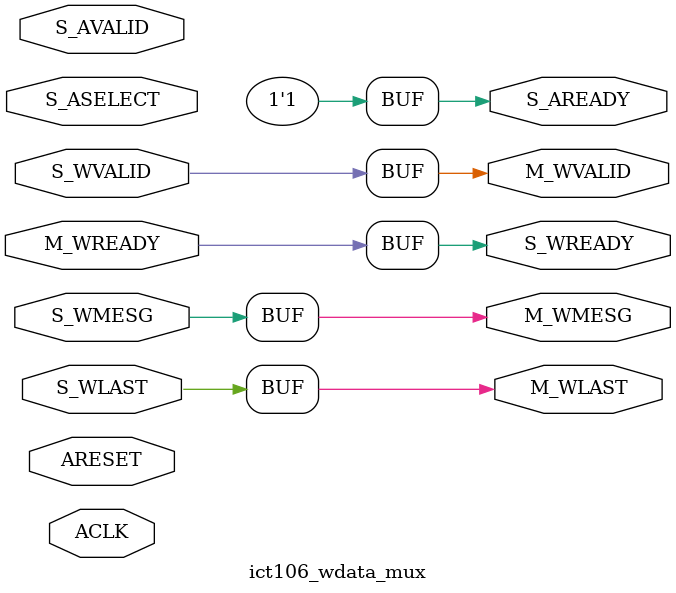
<source format=v>

`timescale 1ps/1ps
`default_nettype none

module ict106_wdata_mux #
  (
   parameter         C_FAMILY       = "none", // FPGA Family.
   parameter integer C_WMESG_WIDTH            =  1, // Width of W-channel payload.
   parameter integer C_NUM_SLAVE_SLOTS     =  1, // Number of S_* ports.
   parameter integer C_SELECT_WIDTH      =  1, // Width of ASELECT.
   parameter integer C_FIFO_DEPTH_LOG     =  0 // Queue depth = 2**C_FIFO_DEPTH_LOG.
   )
  (
   // System Signals
   input  wire                                        ACLK,
   input  wire                                        ARESET,
   // Slave Data Ports
   input  wire [C_NUM_SLAVE_SLOTS*C_WMESG_WIDTH-1:0]     S_WMESG,
   input  wire [C_NUM_SLAVE_SLOTS-1:0]                S_WLAST,
   input  wire [C_NUM_SLAVE_SLOTS-1:0]                S_WVALID,
   output wire [C_NUM_SLAVE_SLOTS-1:0]                S_WREADY,
   // Master Data Ports
   output wire [C_WMESG_WIDTH-1:0]                       M_WMESG,
   output wire                                        M_WLAST,
   output wire                                        M_WVALID,
   input  wire                                        M_WREADY,
   // Write Command Ports
   input  wire [C_SELECT_WIDTH-1:0]                 S_ASELECT,  // SI-slot index from AW arbiter
   input  wire                                        S_AVALID,
   output wire                                        S_AREADY
   );

  // Decode select input to 1-hot
  function [C_NUM_SLAVE_SLOTS-1:0] f_decoder (
      input [C_SELECT_WIDTH-1:0] sel
    );
    integer i;
    begin
      for (i=0; i<C_NUM_SLAVE_SLOTS; i=i+1) begin
        f_decoder[i] = (sel == i);
      end
    end
  endfunction

  wire                                          m_valid_i;
  wire                                          m_last_i;
  wire [C_NUM_SLAVE_SLOTS-1:0]             m_select_hot;
  wire [C_SELECT_WIDTH-1:0]                 m_select_enc;
  wire                                          m_avalid;
  wire                                          m_aready;
  
  generate
    if (C_NUM_SLAVE_SLOTS>1) begin : gen_wmux
      // SI-side write command queue
  ict106_axic_reg_srl_fifo #
        (
         .C_FAMILY          (C_FAMILY),
         .C_FIFO_WIDTH      (C_SELECT_WIDTH),
         .C_FIFO_DEPTH_LOG  (C_FIFO_DEPTH_LOG),
         .C_USE_FULL        (0)
         )
        wmux_aw_fifo
          (
           .ACLK    (ACLK),
           .ARESET  (ARESET),
           .S_MESG  (S_ASELECT),
           .S_VALID (S_AVALID),
           .S_READY (S_AREADY),
           .M_MESG  (m_select_enc),
           .M_VALID (m_avalid),
           .M_READY (m_aready)
           );
    
      assign m_select_hot = f_decoder(m_select_enc);
      
      // Instantiate MUX
  ict106_mux_enc # 
        (
         .C_FAMILY      (C_FAMILY),
         .C_RATIO       (C_NUM_SLAVE_SLOTS),
         .C_SEL_WIDTH   (C_SELECT_WIDTH),
         .C_DATA_WIDTH  (C_WMESG_WIDTH)
        ) mux_w 
        (
         .S   (m_select_enc),
         .A   (S_WMESG),
         .O   (M_WMESG),
         .OE  (1'b1)
        ); 
        
      assign m_last_i  = |(S_WLAST & m_select_hot);
      assign m_valid_i = |(S_WVALID & m_select_hot);
      
      assign m_aready = m_valid_i & m_avalid & m_last_i & M_WREADY;
      assign M_WLAST = m_last_i;
      assign M_WVALID = m_valid_i & m_avalid;
      assign S_WREADY = m_select_hot & {C_NUM_SLAVE_SLOTS{m_avalid & M_WREADY}};
    end else begin : gen_no_wmux
      assign S_AREADY = 1'b1;
      assign M_WVALID = S_WVALID;
      assign S_WREADY = M_WREADY;
      assign M_WLAST = S_WLAST;
      assign M_WMESG = S_WMESG;
    end
  endgenerate
  
endmodule

`default_nettype wire

</source>
